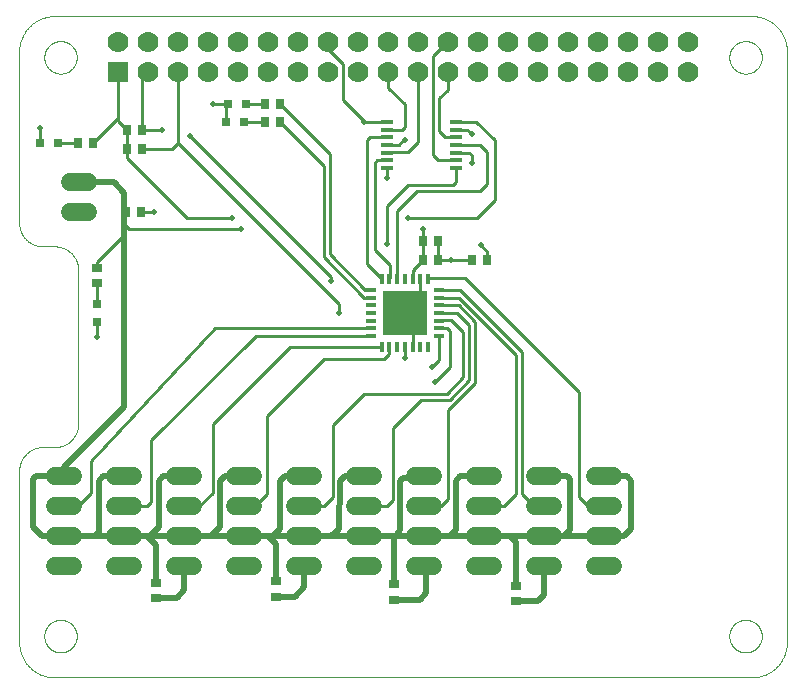
<source format=gtl>
G75*
%MOIN*%
%OFA0B0*%
%FSLAX25Y25*%
%IPPOS*%
%LPD*%
%AMOC8*
5,1,8,0,0,1.08239X$1,22.5*
%
%ADD10C,0.00000*%
%ADD11R,0.07000X0.07000*%
%ADD12C,0.07000*%
%ADD13C,0.06000*%
%ADD14R,0.01700X0.03200*%
%ADD15R,0.03200X0.01700*%
%ADD16R,0.14600X0.14600*%
%ADD17R,0.02756X0.03543*%
%ADD18R,0.03543X0.02756*%
%ADD19R,0.03150X0.03150*%
%ADD20R,0.03900X0.01200*%
%ADD21C,0.01950*%
%ADD22C,0.02000*%
%ADD23C,0.01000*%
D10*
X0035000Y0016811D02*
X0035000Y0073898D01*
X0035002Y0074088D01*
X0035009Y0074278D01*
X0035021Y0074468D01*
X0035037Y0074658D01*
X0035057Y0074847D01*
X0035083Y0075036D01*
X0035112Y0075224D01*
X0035147Y0075411D01*
X0035186Y0075597D01*
X0035229Y0075782D01*
X0035277Y0075967D01*
X0035329Y0076150D01*
X0035385Y0076331D01*
X0035446Y0076511D01*
X0035512Y0076690D01*
X0035581Y0076867D01*
X0035655Y0077043D01*
X0035733Y0077216D01*
X0035816Y0077388D01*
X0035902Y0077557D01*
X0035992Y0077725D01*
X0036087Y0077890D01*
X0036185Y0078053D01*
X0036288Y0078213D01*
X0036394Y0078371D01*
X0036504Y0078526D01*
X0036617Y0078679D01*
X0036735Y0078829D01*
X0036856Y0078975D01*
X0036980Y0079119D01*
X0037108Y0079260D01*
X0037239Y0079398D01*
X0037374Y0079533D01*
X0037512Y0079664D01*
X0037653Y0079792D01*
X0037797Y0079916D01*
X0037943Y0080037D01*
X0038093Y0080155D01*
X0038246Y0080268D01*
X0038401Y0080378D01*
X0038559Y0080484D01*
X0038719Y0080587D01*
X0038882Y0080685D01*
X0039047Y0080780D01*
X0039215Y0080870D01*
X0039384Y0080956D01*
X0039556Y0081039D01*
X0039729Y0081117D01*
X0039905Y0081191D01*
X0040082Y0081260D01*
X0040261Y0081326D01*
X0040441Y0081387D01*
X0040622Y0081443D01*
X0040805Y0081495D01*
X0040990Y0081543D01*
X0041175Y0081586D01*
X0041361Y0081625D01*
X0041548Y0081660D01*
X0041736Y0081689D01*
X0041925Y0081715D01*
X0042114Y0081735D01*
X0042304Y0081751D01*
X0042494Y0081763D01*
X0042684Y0081770D01*
X0042874Y0081772D01*
X0046811Y0081772D01*
X0047001Y0081774D01*
X0047191Y0081781D01*
X0047381Y0081793D01*
X0047571Y0081809D01*
X0047760Y0081829D01*
X0047949Y0081855D01*
X0048137Y0081884D01*
X0048324Y0081919D01*
X0048510Y0081958D01*
X0048695Y0082001D01*
X0048880Y0082049D01*
X0049063Y0082101D01*
X0049244Y0082157D01*
X0049424Y0082218D01*
X0049603Y0082284D01*
X0049780Y0082353D01*
X0049956Y0082427D01*
X0050129Y0082505D01*
X0050301Y0082588D01*
X0050470Y0082674D01*
X0050638Y0082764D01*
X0050803Y0082859D01*
X0050966Y0082957D01*
X0051126Y0083060D01*
X0051284Y0083166D01*
X0051439Y0083276D01*
X0051592Y0083389D01*
X0051742Y0083507D01*
X0051888Y0083628D01*
X0052032Y0083752D01*
X0052173Y0083880D01*
X0052311Y0084011D01*
X0052446Y0084146D01*
X0052577Y0084284D01*
X0052705Y0084425D01*
X0052829Y0084569D01*
X0052950Y0084715D01*
X0053068Y0084865D01*
X0053181Y0085018D01*
X0053291Y0085173D01*
X0053397Y0085331D01*
X0053500Y0085491D01*
X0053598Y0085654D01*
X0053693Y0085819D01*
X0053783Y0085987D01*
X0053869Y0086156D01*
X0053952Y0086328D01*
X0054030Y0086501D01*
X0054104Y0086677D01*
X0054173Y0086854D01*
X0054239Y0087033D01*
X0054300Y0087213D01*
X0054356Y0087394D01*
X0054408Y0087577D01*
X0054456Y0087762D01*
X0054499Y0087947D01*
X0054538Y0088133D01*
X0054573Y0088320D01*
X0054602Y0088508D01*
X0054628Y0088697D01*
X0054648Y0088886D01*
X0054664Y0089076D01*
X0054676Y0089266D01*
X0054683Y0089456D01*
X0054685Y0089646D01*
X0054685Y0140827D01*
X0054683Y0141017D01*
X0054676Y0141207D01*
X0054664Y0141397D01*
X0054648Y0141587D01*
X0054628Y0141776D01*
X0054602Y0141965D01*
X0054573Y0142153D01*
X0054538Y0142340D01*
X0054499Y0142526D01*
X0054456Y0142711D01*
X0054408Y0142896D01*
X0054356Y0143079D01*
X0054300Y0143260D01*
X0054239Y0143440D01*
X0054173Y0143619D01*
X0054104Y0143796D01*
X0054030Y0143972D01*
X0053952Y0144145D01*
X0053869Y0144317D01*
X0053783Y0144486D01*
X0053693Y0144654D01*
X0053598Y0144819D01*
X0053500Y0144982D01*
X0053397Y0145142D01*
X0053291Y0145300D01*
X0053181Y0145455D01*
X0053068Y0145608D01*
X0052950Y0145758D01*
X0052829Y0145904D01*
X0052705Y0146048D01*
X0052577Y0146189D01*
X0052446Y0146327D01*
X0052311Y0146462D01*
X0052173Y0146593D01*
X0052032Y0146721D01*
X0051888Y0146845D01*
X0051742Y0146966D01*
X0051592Y0147084D01*
X0051439Y0147197D01*
X0051284Y0147307D01*
X0051126Y0147413D01*
X0050966Y0147516D01*
X0050803Y0147614D01*
X0050638Y0147709D01*
X0050470Y0147799D01*
X0050301Y0147885D01*
X0050129Y0147968D01*
X0049956Y0148046D01*
X0049780Y0148120D01*
X0049603Y0148189D01*
X0049424Y0148255D01*
X0049244Y0148316D01*
X0049063Y0148372D01*
X0048880Y0148424D01*
X0048695Y0148472D01*
X0048510Y0148515D01*
X0048324Y0148554D01*
X0048137Y0148589D01*
X0047949Y0148618D01*
X0047760Y0148644D01*
X0047571Y0148664D01*
X0047381Y0148680D01*
X0047191Y0148692D01*
X0047001Y0148699D01*
X0046811Y0148701D01*
X0042874Y0148701D01*
X0042684Y0148703D01*
X0042494Y0148710D01*
X0042304Y0148722D01*
X0042114Y0148738D01*
X0041925Y0148758D01*
X0041736Y0148784D01*
X0041548Y0148813D01*
X0041361Y0148848D01*
X0041175Y0148887D01*
X0040990Y0148930D01*
X0040805Y0148978D01*
X0040622Y0149030D01*
X0040441Y0149086D01*
X0040261Y0149147D01*
X0040082Y0149213D01*
X0039905Y0149282D01*
X0039729Y0149356D01*
X0039556Y0149434D01*
X0039384Y0149517D01*
X0039215Y0149603D01*
X0039047Y0149693D01*
X0038882Y0149788D01*
X0038719Y0149886D01*
X0038559Y0149989D01*
X0038401Y0150095D01*
X0038246Y0150205D01*
X0038093Y0150318D01*
X0037943Y0150436D01*
X0037797Y0150557D01*
X0037653Y0150681D01*
X0037512Y0150809D01*
X0037374Y0150940D01*
X0037239Y0151075D01*
X0037108Y0151213D01*
X0036980Y0151354D01*
X0036856Y0151498D01*
X0036735Y0151644D01*
X0036617Y0151794D01*
X0036504Y0151947D01*
X0036394Y0152102D01*
X0036288Y0152260D01*
X0036185Y0152420D01*
X0036087Y0152583D01*
X0035992Y0152748D01*
X0035902Y0152916D01*
X0035816Y0153085D01*
X0035733Y0153257D01*
X0035655Y0153430D01*
X0035581Y0153606D01*
X0035512Y0153783D01*
X0035446Y0153962D01*
X0035385Y0154142D01*
X0035329Y0154323D01*
X0035277Y0154506D01*
X0035229Y0154691D01*
X0035186Y0154876D01*
X0035147Y0155062D01*
X0035112Y0155249D01*
X0035083Y0155437D01*
X0035057Y0155626D01*
X0035037Y0155815D01*
X0035021Y0156005D01*
X0035009Y0156195D01*
X0035002Y0156385D01*
X0035000Y0156575D01*
X0035000Y0213661D01*
X0035003Y0213946D01*
X0035014Y0214232D01*
X0035031Y0214517D01*
X0035055Y0214801D01*
X0035086Y0215085D01*
X0035124Y0215368D01*
X0035169Y0215649D01*
X0035220Y0215930D01*
X0035278Y0216210D01*
X0035343Y0216488D01*
X0035415Y0216764D01*
X0035493Y0217038D01*
X0035578Y0217311D01*
X0035670Y0217581D01*
X0035768Y0217849D01*
X0035872Y0218115D01*
X0035983Y0218378D01*
X0036100Y0218638D01*
X0036223Y0218896D01*
X0036353Y0219150D01*
X0036489Y0219401D01*
X0036630Y0219649D01*
X0036778Y0219893D01*
X0036931Y0220134D01*
X0037091Y0220370D01*
X0037256Y0220603D01*
X0037426Y0220832D01*
X0037602Y0221057D01*
X0037784Y0221277D01*
X0037970Y0221493D01*
X0038162Y0221704D01*
X0038359Y0221911D01*
X0038561Y0222113D01*
X0038768Y0222310D01*
X0038979Y0222502D01*
X0039195Y0222688D01*
X0039415Y0222870D01*
X0039640Y0223046D01*
X0039869Y0223216D01*
X0040102Y0223381D01*
X0040338Y0223541D01*
X0040579Y0223694D01*
X0040823Y0223842D01*
X0041071Y0223983D01*
X0041322Y0224119D01*
X0041576Y0224249D01*
X0041834Y0224372D01*
X0042094Y0224489D01*
X0042357Y0224600D01*
X0042623Y0224704D01*
X0042891Y0224802D01*
X0043161Y0224894D01*
X0043434Y0224979D01*
X0043708Y0225057D01*
X0043984Y0225129D01*
X0044262Y0225194D01*
X0044542Y0225252D01*
X0044823Y0225303D01*
X0045104Y0225348D01*
X0045387Y0225386D01*
X0045671Y0225417D01*
X0045955Y0225441D01*
X0046240Y0225458D01*
X0046526Y0225469D01*
X0046811Y0225472D01*
X0279094Y0225472D01*
X0279379Y0225469D01*
X0279665Y0225458D01*
X0279950Y0225441D01*
X0280234Y0225417D01*
X0280518Y0225386D01*
X0280801Y0225348D01*
X0281082Y0225303D01*
X0281363Y0225252D01*
X0281643Y0225194D01*
X0281921Y0225129D01*
X0282197Y0225057D01*
X0282471Y0224979D01*
X0282744Y0224894D01*
X0283014Y0224802D01*
X0283282Y0224704D01*
X0283548Y0224600D01*
X0283811Y0224489D01*
X0284071Y0224372D01*
X0284329Y0224249D01*
X0284583Y0224119D01*
X0284834Y0223983D01*
X0285082Y0223842D01*
X0285326Y0223694D01*
X0285567Y0223541D01*
X0285803Y0223381D01*
X0286036Y0223216D01*
X0286265Y0223046D01*
X0286490Y0222870D01*
X0286710Y0222688D01*
X0286926Y0222502D01*
X0287137Y0222310D01*
X0287344Y0222113D01*
X0287546Y0221911D01*
X0287743Y0221704D01*
X0287935Y0221493D01*
X0288121Y0221277D01*
X0288303Y0221057D01*
X0288479Y0220832D01*
X0288649Y0220603D01*
X0288814Y0220370D01*
X0288974Y0220134D01*
X0289127Y0219893D01*
X0289275Y0219649D01*
X0289416Y0219401D01*
X0289552Y0219150D01*
X0289682Y0218896D01*
X0289805Y0218638D01*
X0289922Y0218378D01*
X0290033Y0218115D01*
X0290137Y0217849D01*
X0290235Y0217581D01*
X0290327Y0217311D01*
X0290412Y0217038D01*
X0290490Y0216764D01*
X0290562Y0216488D01*
X0290627Y0216210D01*
X0290685Y0215930D01*
X0290736Y0215649D01*
X0290781Y0215368D01*
X0290819Y0215085D01*
X0290850Y0214801D01*
X0290874Y0214517D01*
X0290891Y0214232D01*
X0290902Y0213946D01*
X0290905Y0213661D01*
X0290906Y0213661D02*
X0290906Y0016811D01*
X0290905Y0016811D02*
X0290902Y0016526D01*
X0290891Y0016240D01*
X0290874Y0015955D01*
X0290850Y0015671D01*
X0290819Y0015387D01*
X0290781Y0015104D01*
X0290736Y0014823D01*
X0290685Y0014542D01*
X0290627Y0014262D01*
X0290562Y0013984D01*
X0290490Y0013708D01*
X0290412Y0013434D01*
X0290327Y0013161D01*
X0290235Y0012891D01*
X0290137Y0012623D01*
X0290033Y0012357D01*
X0289922Y0012094D01*
X0289805Y0011834D01*
X0289682Y0011576D01*
X0289552Y0011322D01*
X0289416Y0011071D01*
X0289275Y0010823D01*
X0289127Y0010579D01*
X0288974Y0010338D01*
X0288814Y0010102D01*
X0288649Y0009869D01*
X0288479Y0009640D01*
X0288303Y0009415D01*
X0288121Y0009195D01*
X0287935Y0008979D01*
X0287743Y0008768D01*
X0287546Y0008561D01*
X0287344Y0008359D01*
X0287137Y0008162D01*
X0286926Y0007970D01*
X0286710Y0007784D01*
X0286490Y0007602D01*
X0286265Y0007426D01*
X0286036Y0007256D01*
X0285803Y0007091D01*
X0285567Y0006931D01*
X0285326Y0006778D01*
X0285082Y0006630D01*
X0284834Y0006489D01*
X0284583Y0006353D01*
X0284329Y0006223D01*
X0284071Y0006100D01*
X0283811Y0005983D01*
X0283548Y0005872D01*
X0283282Y0005768D01*
X0283014Y0005670D01*
X0282744Y0005578D01*
X0282471Y0005493D01*
X0282197Y0005415D01*
X0281921Y0005343D01*
X0281643Y0005278D01*
X0281363Y0005220D01*
X0281082Y0005169D01*
X0280801Y0005124D01*
X0280518Y0005086D01*
X0280234Y0005055D01*
X0279950Y0005031D01*
X0279665Y0005014D01*
X0279379Y0005003D01*
X0279094Y0005000D01*
X0046811Y0005000D01*
X0046526Y0005003D01*
X0046240Y0005014D01*
X0045955Y0005031D01*
X0045671Y0005055D01*
X0045387Y0005086D01*
X0045104Y0005124D01*
X0044823Y0005169D01*
X0044542Y0005220D01*
X0044262Y0005278D01*
X0043984Y0005343D01*
X0043708Y0005415D01*
X0043434Y0005493D01*
X0043161Y0005578D01*
X0042891Y0005670D01*
X0042623Y0005768D01*
X0042357Y0005872D01*
X0042094Y0005983D01*
X0041834Y0006100D01*
X0041576Y0006223D01*
X0041322Y0006353D01*
X0041071Y0006489D01*
X0040823Y0006630D01*
X0040579Y0006778D01*
X0040338Y0006931D01*
X0040102Y0007091D01*
X0039869Y0007256D01*
X0039640Y0007426D01*
X0039415Y0007602D01*
X0039195Y0007784D01*
X0038979Y0007970D01*
X0038768Y0008162D01*
X0038561Y0008359D01*
X0038359Y0008561D01*
X0038162Y0008768D01*
X0037970Y0008979D01*
X0037784Y0009195D01*
X0037602Y0009415D01*
X0037426Y0009640D01*
X0037256Y0009869D01*
X0037091Y0010102D01*
X0036931Y0010338D01*
X0036778Y0010579D01*
X0036630Y0010823D01*
X0036489Y0011071D01*
X0036353Y0011322D01*
X0036223Y0011576D01*
X0036100Y0011834D01*
X0035983Y0012094D01*
X0035872Y0012357D01*
X0035768Y0012623D01*
X0035670Y0012891D01*
X0035578Y0013161D01*
X0035493Y0013434D01*
X0035415Y0013708D01*
X0035343Y0013984D01*
X0035278Y0014262D01*
X0035220Y0014542D01*
X0035169Y0014823D01*
X0035124Y0015104D01*
X0035086Y0015387D01*
X0035055Y0015671D01*
X0035031Y0015955D01*
X0035014Y0016240D01*
X0035003Y0016526D01*
X0035000Y0016811D01*
X0043367Y0018780D02*
X0043369Y0018927D01*
X0043375Y0019073D01*
X0043385Y0019219D01*
X0043399Y0019365D01*
X0043417Y0019511D01*
X0043438Y0019656D01*
X0043464Y0019800D01*
X0043494Y0019944D01*
X0043527Y0020086D01*
X0043564Y0020228D01*
X0043605Y0020369D01*
X0043650Y0020508D01*
X0043699Y0020647D01*
X0043751Y0020784D01*
X0043808Y0020919D01*
X0043867Y0021053D01*
X0043931Y0021185D01*
X0043998Y0021315D01*
X0044068Y0021444D01*
X0044142Y0021571D01*
X0044219Y0021695D01*
X0044300Y0021818D01*
X0044384Y0021938D01*
X0044471Y0022056D01*
X0044561Y0022171D01*
X0044654Y0022284D01*
X0044751Y0022395D01*
X0044850Y0022503D01*
X0044952Y0022608D01*
X0045057Y0022710D01*
X0045165Y0022809D01*
X0045276Y0022906D01*
X0045389Y0022999D01*
X0045504Y0023089D01*
X0045622Y0023176D01*
X0045742Y0023260D01*
X0045865Y0023341D01*
X0045989Y0023418D01*
X0046116Y0023492D01*
X0046245Y0023562D01*
X0046375Y0023629D01*
X0046507Y0023693D01*
X0046641Y0023752D01*
X0046776Y0023809D01*
X0046913Y0023861D01*
X0047052Y0023910D01*
X0047191Y0023955D01*
X0047332Y0023996D01*
X0047474Y0024033D01*
X0047616Y0024066D01*
X0047760Y0024096D01*
X0047904Y0024122D01*
X0048049Y0024143D01*
X0048195Y0024161D01*
X0048341Y0024175D01*
X0048487Y0024185D01*
X0048633Y0024191D01*
X0048780Y0024193D01*
X0048927Y0024191D01*
X0049073Y0024185D01*
X0049219Y0024175D01*
X0049365Y0024161D01*
X0049511Y0024143D01*
X0049656Y0024122D01*
X0049800Y0024096D01*
X0049944Y0024066D01*
X0050086Y0024033D01*
X0050228Y0023996D01*
X0050369Y0023955D01*
X0050508Y0023910D01*
X0050647Y0023861D01*
X0050784Y0023809D01*
X0050919Y0023752D01*
X0051053Y0023693D01*
X0051185Y0023629D01*
X0051315Y0023562D01*
X0051444Y0023492D01*
X0051571Y0023418D01*
X0051695Y0023341D01*
X0051818Y0023260D01*
X0051938Y0023176D01*
X0052056Y0023089D01*
X0052171Y0022999D01*
X0052284Y0022906D01*
X0052395Y0022809D01*
X0052503Y0022710D01*
X0052608Y0022608D01*
X0052710Y0022503D01*
X0052809Y0022395D01*
X0052906Y0022284D01*
X0052999Y0022171D01*
X0053089Y0022056D01*
X0053176Y0021938D01*
X0053260Y0021818D01*
X0053341Y0021695D01*
X0053418Y0021571D01*
X0053492Y0021444D01*
X0053562Y0021315D01*
X0053629Y0021185D01*
X0053693Y0021053D01*
X0053752Y0020919D01*
X0053809Y0020784D01*
X0053861Y0020647D01*
X0053910Y0020508D01*
X0053955Y0020369D01*
X0053996Y0020228D01*
X0054033Y0020086D01*
X0054066Y0019944D01*
X0054096Y0019800D01*
X0054122Y0019656D01*
X0054143Y0019511D01*
X0054161Y0019365D01*
X0054175Y0019219D01*
X0054185Y0019073D01*
X0054191Y0018927D01*
X0054193Y0018780D01*
X0054191Y0018633D01*
X0054185Y0018487D01*
X0054175Y0018341D01*
X0054161Y0018195D01*
X0054143Y0018049D01*
X0054122Y0017904D01*
X0054096Y0017760D01*
X0054066Y0017616D01*
X0054033Y0017474D01*
X0053996Y0017332D01*
X0053955Y0017191D01*
X0053910Y0017052D01*
X0053861Y0016913D01*
X0053809Y0016776D01*
X0053752Y0016641D01*
X0053693Y0016507D01*
X0053629Y0016375D01*
X0053562Y0016245D01*
X0053492Y0016116D01*
X0053418Y0015989D01*
X0053341Y0015865D01*
X0053260Y0015742D01*
X0053176Y0015622D01*
X0053089Y0015504D01*
X0052999Y0015389D01*
X0052906Y0015276D01*
X0052809Y0015165D01*
X0052710Y0015057D01*
X0052608Y0014952D01*
X0052503Y0014850D01*
X0052395Y0014751D01*
X0052284Y0014654D01*
X0052171Y0014561D01*
X0052056Y0014471D01*
X0051938Y0014384D01*
X0051818Y0014300D01*
X0051695Y0014219D01*
X0051571Y0014142D01*
X0051444Y0014068D01*
X0051315Y0013998D01*
X0051185Y0013931D01*
X0051053Y0013867D01*
X0050919Y0013808D01*
X0050784Y0013751D01*
X0050647Y0013699D01*
X0050508Y0013650D01*
X0050369Y0013605D01*
X0050228Y0013564D01*
X0050086Y0013527D01*
X0049944Y0013494D01*
X0049800Y0013464D01*
X0049656Y0013438D01*
X0049511Y0013417D01*
X0049365Y0013399D01*
X0049219Y0013385D01*
X0049073Y0013375D01*
X0048927Y0013369D01*
X0048780Y0013367D01*
X0048633Y0013369D01*
X0048487Y0013375D01*
X0048341Y0013385D01*
X0048195Y0013399D01*
X0048049Y0013417D01*
X0047904Y0013438D01*
X0047760Y0013464D01*
X0047616Y0013494D01*
X0047474Y0013527D01*
X0047332Y0013564D01*
X0047191Y0013605D01*
X0047052Y0013650D01*
X0046913Y0013699D01*
X0046776Y0013751D01*
X0046641Y0013808D01*
X0046507Y0013867D01*
X0046375Y0013931D01*
X0046245Y0013998D01*
X0046116Y0014068D01*
X0045989Y0014142D01*
X0045865Y0014219D01*
X0045742Y0014300D01*
X0045622Y0014384D01*
X0045504Y0014471D01*
X0045389Y0014561D01*
X0045276Y0014654D01*
X0045165Y0014751D01*
X0045057Y0014850D01*
X0044952Y0014952D01*
X0044850Y0015057D01*
X0044751Y0015165D01*
X0044654Y0015276D01*
X0044561Y0015389D01*
X0044471Y0015504D01*
X0044384Y0015622D01*
X0044300Y0015742D01*
X0044219Y0015865D01*
X0044142Y0015989D01*
X0044068Y0016116D01*
X0043998Y0016245D01*
X0043931Y0016375D01*
X0043867Y0016507D01*
X0043808Y0016641D01*
X0043751Y0016776D01*
X0043699Y0016913D01*
X0043650Y0017052D01*
X0043605Y0017191D01*
X0043564Y0017332D01*
X0043527Y0017474D01*
X0043494Y0017616D01*
X0043464Y0017760D01*
X0043438Y0017904D01*
X0043417Y0018049D01*
X0043399Y0018195D01*
X0043385Y0018341D01*
X0043375Y0018487D01*
X0043369Y0018633D01*
X0043367Y0018780D01*
X0271713Y0018780D02*
X0271715Y0018927D01*
X0271721Y0019073D01*
X0271731Y0019219D01*
X0271745Y0019365D01*
X0271763Y0019511D01*
X0271784Y0019656D01*
X0271810Y0019800D01*
X0271840Y0019944D01*
X0271873Y0020086D01*
X0271910Y0020228D01*
X0271951Y0020369D01*
X0271996Y0020508D01*
X0272045Y0020647D01*
X0272097Y0020784D01*
X0272154Y0020919D01*
X0272213Y0021053D01*
X0272277Y0021185D01*
X0272344Y0021315D01*
X0272414Y0021444D01*
X0272488Y0021571D01*
X0272565Y0021695D01*
X0272646Y0021818D01*
X0272730Y0021938D01*
X0272817Y0022056D01*
X0272907Y0022171D01*
X0273000Y0022284D01*
X0273097Y0022395D01*
X0273196Y0022503D01*
X0273298Y0022608D01*
X0273403Y0022710D01*
X0273511Y0022809D01*
X0273622Y0022906D01*
X0273735Y0022999D01*
X0273850Y0023089D01*
X0273968Y0023176D01*
X0274088Y0023260D01*
X0274211Y0023341D01*
X0274335Y0023418D01*
X0274462Y0023492D01*
X0274591Y0023562D01*
X0274721Y0023629D01*
X0274853Y0023693D01*
X0274987Y0023752D01*
X0275122Y0023809D01*
X0275259Y0023861D01*
X0275398Y0023910D01*
X0275537Y0023955D01*
X0275678Y0023996D01*
X0275820Y0024033D01*
X0275962Y0024066D01*
X0276106Y0024096D01*
X0276250Y0024122D01*
X0276395Y0024143D01*
X0276541Y0024161D01*
X0276687Y0024175D01*
X0276833Y0024185D01*
X0276979Y0024191D01*
X0277126Y0024193D01*
X0277273Y0024191D01*
X0277419Y0024185D01*
X0277565Y0024175D01*
X0277711Y0024161D01*
X0277857Y0024143D01*
X0278002Y0024122D01*
X0278146Y0024096D01*
X0278290Y0024066D01*
X0278432Y0024033D01*
X0278574Y0023996D01*
X0278715Y0023955D01*
X0278854Y0023910D01*
X0278993Y0023861D01*
X0279130Y0023809D01*
X0279265Y0023752D01*
X0279399Y0023693D01*
X0279531Y0023629D01*
X0279661Y0023562D01*
X0279790Y0023492D01*
X0279917Y0023418D01*
X0280041Y0023341D01*
X0280164Y0023260D01*
X0280284Y0023176D01*
X0280402Y0023089D01*
X0280517Y0022999D01*
X0280630Y0022906D01*
X0280741Y0022809D01*
X0280849Y0022710D01*
X0280954Y0022608D01*
X0281056Y0022503D01*
X0281155Y0022395D01*
X0281252Y0022284D01*
X0281345Y0022171D01*
X0281435Y0022056D01*
X0281522Y0021938D01*
X0281606Y0021818D01*
X0281687Y0021695D01*
X0281764Y0021571D01*
X0281838Y0021444D01*
X0281908Y0021315D01*
X0281975Y0021185D01*
X0282039Y0021053D01*
X0282098Y0020919D01*
X0282155Y0020784D01*
X0282207Y0020647D01*
X0282256Y0020508D01*
X0282301Y0020369D01*
X0282342Y0020228D01*
X0282379Y0020086D01*
X0282412Y0019944D01*
X0282442Y0019800D01*
X0282468Y0019656D01*
X0282489Y0019511D01*
X0282507Y0019365D01*
X0282521Y0019219D01*
X0282531Y0019073D01*
X0282537Y0018927D01*
X0282539Y0018780D01*
X0282537Y0018633D01*
X0282531Y0018487D01*
X0282521Y0018341D01*
X0282507Y0018195D01*
X0282489Y0018049D01*
X0282468Y0017904D01*
X0282442Y0017760D01*
X0282412Y0017616D01*
X0282379Y0017474D01*
X0282342Y0017332D01*
X0282301Y0017191D01*
X0282256Y0017052D01*
X0282207Y0016913D01*
X0282155Y0016776D01*
X0282098Y0016641D01*
X0282039Y0016507D01*
X0281975Y0016375D01*
X0281908Y0016245D01*
X0281838Y0016116D01*
X0281764Y0015989D01*
X0281687Y0015865D01*
X0281606Y0015742D01*
X0281522Y0015622D01*
X0281435Y0015504D01*
X0281345Y0015389D01*
X0281252Y0015276D01*
X0281155Y0015165D01*
X0281056Y0015057D01*
X0280954Y0014952D01*
X0280849Y0014850D01*
X0280741Y0014751D01*
X0280630Y0014654D01*
X0280517Y0014561D01*
X0280402Y0014471D01*
X0280284Y0014384D01*
X0280164Y0014300D01*
X0280041Y0014219D01*
X0279917Y0014142D01*
X0279790Y0014068D01*
X0279661Y0013998D01*
X0279531Y0013931D01*
X0279399Y0013867D01*
X0279265Y0013808D01*
X0279130Y0013751D01*
X0278993Y0013699D01*
X0278854Y0013650D01*
X0278715Y0013605D01*
X0278574Y0013564D01*
X0278432Y0013527D01*
X0278290Y0013494D01*
X0278146Y0013464D01*
X0278002Y0013438D01*
X0277857Y0013417D01*
X0277711Y0013399D01*
X0277565Y0013385D01*
X0277419Y0013375D01*
X0277273Y0013369D01*
X0277126Y0013367D01*
X0276979Y0013369D01*
X0276833Y0013375D01*
X0276687Y0013385D01*
X0276541Y0013399D01*
X0276395Y0013417D01*
X0276250Y0013438D01*
X0276106Y0013464D01*
X0275962Y0013494D01*
X0275820Y0013527D01*
X0275678Y0013564D01*
X0275537Y0013605D01*
X0275398Y0013650D01*
X0275259Y0013699D01*
X0275122Y0013751D01*
X0274987Y0013808D01*
X0274853Y0013867D01*
X0274721Y0013931D01*
X0274591Y0013998D01*
X0274462Y0014068D01*
X0274335Y0014142D01*
X0274211Y0014219D01*
X0274088Y0014300D01*
X0273968Y0014384D01*
X0273850Y0014471D01*
X0273735Y0014561D01*
X0273622Y0014654D01*
X0273511Y0014751D01*
X0273403Y0014850D01*
X0273298Y0014952D01*
X0273196Y0015057D01*
X0273097Y0015165D01*
X0273000Y0015276D01*
X0272907Y0015389D01*
X0272817Y0015504D01*
X0272730Y0015622D01*
X0272646Y0015742D01*
X0272565Y0015865D01*
X0272488Y0015989D01*
X0272414Y0016116D01*
X0272344Y0016245D01*
X0272277Y0016375D01*
X0272213Y0016507D01*
X0272154Y0016641D01*
X0272097Y0016776D01*
X0272045Y0016913D01*
X0271996Y0017052D01*
X0271951Y0017191D01*
X0271910Y0017332D01*
X0271873Y0017474D01*
X0271840Y0017616D01*
X0271810Y0017760D01*
X0271784Y0017904D01*
X0271763Y0018049D01*
X0271745Y0018195D01*
X0271731Y0018341D01*
X0271721Y0018487D01*
X0271715Y0018633D01*
X0271713Y0018780D01*
X0271713Y0211693D02*
X0271715Y0211840D01*
X0271721Y0211986D01*
X0271731Y0212132D01*
X0271745Y0212278D01*
X0271763Y0212424D01*
X0271784Y0212569D01*
X0271810Y0212713D01*
X0271840Y0212857D01*
X0271873Y0212999D01*
X0271910Y0213141D01*
X0271951Y0213282D01*
X0271996Y0213421D01*
X0272045Y0213560D01*
X0272097Y0213697D01*
X0272154Y0213832D01*
X0272213Y0213966D01*
X0272277Y0214098D01*
X0272344Y0214228D01*
X0272414Y0214357D01*
X0272488Y0214484D01*
X0272565Y0214608D01*
X0272646Y0214731D01*
X0272730Y0214851D01*
X0272817Y0214969D01*
X0272907Y0215084D01*
X0273000Y0215197D01*
X0273097Y0215308D01*
X0273196Y0215416D01*
X0273298Y0215521D01*
X0273403Y0215623D01*
X0273511Y0215722D01*
X0273622Y0215819D01*
X0273735Y0215912D01*
X0273850Y0216002D01*
X0273968Y0216089D01*
X0274088Y0216173D01*
X0274211Y0216254D01*
X0274335Y0216331D01*
X0274462Y0216405D01*
X0274591Y0216475D01*
X0274721Y0216542D01*
X0274853Y0216606D01*
X0274987Y0216665D01*
X0275122Y0216722D01*
X0275259Y0216774D01*
X0275398Y0216823D01*
X0275537Y0216868D01*
X0275678Y0216909D01*
X0275820Y0216946D01*
X0275962Y0216979D01*
X0276106Y0217009D01*
X0276250Y0217035D01*
X0276395Y0217056D01*
X0276541Y0217074D01*
X0276687Y0217088D01*
X0276833Y0217098D01*
X0276979Y0217104D01*
X0277126Y0217106D01*
X0277273Y0217104D01*
X0277419Y0217098D01*
X0277565Y0217088D01*
X0277711Y0217074D01*
X0277857Y0217056D01*
X0278002Y0217035D01*
X0278146Y0217009D01*
X0278290Y0216979D01*
X0278432Y0216946D01*
X0278574Y0216909D01*
X0278715Y0216868D01*
X0278854Y0216823D01*
X0278993Y0216774D01*
X0279130Y0216722D01*
X0279265Y0216665D01*
X0279399Y0216606D01*
X0279531Y0216542D01*
X0279661Y0216475D01*
X0279790Y0216405D01*
X0279917Y0216331D01*
X0280041Y0216254D01*
X0280164Y0216173D01*
X0280284Y0216089D01*
X0280402Y0216002D01*
X0280517Y0215912D01*
X0280630Y0215819D01*
X0280741Y0215722D01*
X0280849Y0215623D01*
X0280954Y0215521D01*
X0281056Y0215416D01*
X0281155Y0215308D01*
X0281252Y0215197D01*
X0281345Y0215084D01*
X0281435Y0214969D01*
X0281522Y0214851D01*
X0281606Y0214731D01*
X0281687Y0214608D01*
X0281764Y0214484D01*
X0281838Y0214357D01*
X0281908Y0214228D01*
X0281975Y0214098D01*
X0282039Y0213966D01*
X0282098Y0213832D01*
X0282155Y0213697D01*
X0282207Y0213560D01*
X0282256Y0213421D01*
X0282301Y0213282D01*
X0282342Y0213141D01*
X0282379Y0212999D01*
X0282412Y0212857D01*
X0282442Y0212713D01*
X0282468Y0212569D01*
X0282489Y0212424D01*
X0282507Y0212278D01*
X0282521Y0212132D01*
X0282531Y0211986D01*
X0282537Y0211840D01*
X0282539Y0211693D01*
X0282537Y0211546D01*
X0282531Y0211400D01*
X0282521Y0211254D01*
X0282507Y0211108D01*
X0282489Y0210962D01*
X0282468Y0210817D01*
X0282442Y0210673D01*
X0282412Y0210529D01*
X0282379Y0210387D01*
X0282342Y0210245D01*
X0282301Y0210104D01*
X0282256Y0209965D01*
X0282207Y0209826D01*
X0282155Y0209689D01*
X0282098Y0209554D01*
X0282039Y0209420D01*
X0281975Y0209288D01*
X0281908Y0209158D01*
X0281838Y0209029D01*
X0281764Y0208902D01*
X0281687Y0208778D01*
X0281606Y0208655D01*
X0281522Y0208535D01*
X0281435Y0208417D01*
X0281345Y0208302D01*
X0281252Y0208189D01*
X0281155Y0208078D01*
X0281056Y0207970D01*
X0280954Y0207865D01*
X0280849Y0207763D01*
X0280741Y0207664D01*
X0280630Y0207567D01*
X0280517Y0207474D01*
X0280402Y0207384D01*
X0280284Y0207297D01*
X0280164Y0207213D01*
X0280041Y0207132D01*
X0279917Y0207055D01*
X0279790Y0206981D01*
X0279661Y0206911D01*
X0279531Y0206844D01*
X0279399Y0206780D01*
X0279265Y0206721D01*
X0279130Y0206664D01*
X0278993Y0206612D01*
X0278854Y0206563D01*
X0278715Y0206518D01*
X0278574Y0206477D01*
X0278432Y0206440D01*
X0278290Y0206407D01*
X0278146Y0206377D01*
X0278002Y0206351D01*
X0277857Y0206330D01*
X0277711Y0206312D01*
X0277565Y0206298D01*
X0277419Y0206288D01*
X0277273Y0206282D01*
X0277126Y0206280D01*
X0276979Y0206282D01*
X0276833Y0206288D01*
X0276687Y0206298D01*
X0276541Y0206312D01*
X0276395Y0206330D01*
X0276250Y0206351D01*
X0276106Y0206377D01*
X0275962Y0206407D01*
X0275820Y0206440D01*
X0275678Y0206477D01*
X0275537Y0206518D01*
X0275398Y0206563D01*
X0275259Y0206612D01*
X0275122Y0206664D01*
X0274987Y0206721D01*
X0274853Y0206780D01*
X0274721Y0206844D01*
X0274591Y0206911D01*
X0274462Y0206981D01*
X0274335Y0207055D01*
X0274211Y0207132D01*
X0274088Y0207213D01*
X0273968Y0207297D01*
X0273850Y0207384D01*
X0273735Y0207474D01*
X0273622Y0207567D01*
X0273511Y0207664D01*
X0273403Y0207763D01*
X0273298Y0207865D01*
X0273196Y0207970D01*
X0273097Y0208078D01*
X0273000Y0208189D01*
X0272907Y0208302D01*
X0272817Y0208417D01*
X0272730Y0208535D01*
X0272646Y0208655D01*
X0272565Y0208778D01*
X0272488Y0208902D01*
X0272414Y0209029D01*
X0272344Y0209158D01*
X0272277Y0209288D01*
X0272213Y0209420D01*
X0272154Y0209554D01*
X0272097Y0209689D01*
X0272045Y0209826D01*
X0271996Y0209965D01*
X0271951Y0210104D01*
X0271910Y0210245D01*
X0271873Y0210387D01*
X0271840Y0210529D01*
X0271810Y0210673D01*
X0271784Y0210817D01*
X0271763Y0210962D01*
X0271745Y0211108D01*
X0271731Y0211254D01*
X0271721Y0211400D01*
X0271715Y0211546D01*
X0271713Y0211693D01*
X0043367Y0211693D02*
X0043369Y0211840D01*
X0043375Y0211986D01*
X0043385Y0212132D01*
X0043399Y0212278D01*
X0043417Y0212424D01*
X0043438Y0212569D01*
X0043464Y0212713D01*
X0043494Y0212857D01*
X0043527Y0212999D01*
X0043564Y0213141D01*
X0043605Y0213282D01*
X0043650Y0213421D01*
X0043699Y0213560D01*
X0043751Y0213697D01*
X0043808Y0213832D01*
X0043867Y0213966D01*
X0043931Y0214098D01*
X0043998Y0214228D01*
X0044068Y0214357D01*
X0044142Y0214484D01*
X0044219Y0214608D01*
X0044300Y0214731D01*
X0044384Y0214851D01*
X0044471Y0214969D01*
X0044561Y0215084D01*
X0044654Y0215197D01*
X0044751Y0215308D01*
X0044850Y0215416D01*
X0044952Y0215521D01*
X0045057Y0215623D01*
X0045165Y0215722D01*
X0045276Y0215819D01*
X0045389Y0215912D01*
X0045504Y0216002D01*
X0045622Y0216089D01*
X0045742Y0216173D01*
X0045865Y0216254D01*
X0045989Y0216331D01*
X0046116Y0216405D01*
X0046245Y0216475D01*
X0046375Y0216542D01*
X0046507Y0216606D01*
X0046641Y0216665D01*
X0046776Y0216722D01*
X0046913Y0216774D01*
X0047052Y0216823D01*
X0047191Y0216868D01*
X0047332Y0216909D01*
X0047474Y0216946D01*
X0047616Y0216979D01*
X0047760Y0217009D01*
X0047904Y0217035D01*
X0048049Y0217056D01*
X0048195Y0217074D01*
X0048341Y0217088D01*
X0048487Y0217098D01*
X0048633Y0217104D01*
X0048780Y0217106D01*
X0048927Y0217104D01*
X0049073Y0217098D01*
X0049219Y0217088D01*
X0049365Y0217074D01*
X0049511Y0217056D01*
X0049656Y0217035D01*
X0049800Y0217009D01*
X0049944Y0216979D01*
X0050086Y0216946D01*
X0050228Y0216909D01*
X0050369Y0216868D01*
X0050508Y0216823D01*
X0050647Y0216774D01*
X0050784Y0216722D01*
X0050919Y0216665D01*
X0051053Y0216606D01*
X0051185Y0216542D01*
X0051315Y0216475D01*
X0051444Y0216405D01*
X0051571Y0216331D01*
X0051695Y0216254D01*
X0051818Y0216173D01*
X0051938Y0216089D01*
X0052056Y0216002D01*
X0052171Y0215912D01*
X0052284Y0215819D01*
X0052395Y0215722D01*
X0052503Y0215623D01*
X0052608Y0215521D01*
X0052710Y0215416D01*
X0052809Y0215308D01*
X0052906Y0215197D01*
X0052999Y0215084D01*
X0053089Y0214969D01*
X0053176Y0214851D01*
X0053260Y0214731D01*
X0053341Y0214608D01*
X0053418Y0214484D01*
X0053492Y0214357D01*
X0053562Y0214228D01*
X0053629Y0214098D01*
X0053693Y0213966D01*
X0053752Y0213832D01*
X0053809Y0213697D01*
X0053861Y0213560D01*
X0053910Y0213421D01*
X0053955Y0213282D01*
X0053996Y0213141D01*
X0054033Y0212999D01*
X0054066Y0212857D01*
X0054096Y0212713D01*
X0054122Y0212569D01*
X0054143Y0212424D01*
X0054161Y0212278D01*
X0054175Y0212132D01*
X0054185Y0211986D01*
X0054191Y0211840D01*
X0054193Y0211693D01*
X0054191Y0211546D01*
X0054185Y0211400D01*
X0054175Y0211254D01*
X0054161Y0211108D01*
X0054143Y0210962D01*
X0054122Y0210817D01*
X0054096Y0210673D01*
X0054066Y0210529D01*
X0054033Y0210387D01*
X0053996Y0210245D01*
X0053955Y0210104D01*
X0053910Y0209965D01*
X0053861Y0209826D01*
X0053809Y0209689D01*
X0053752Y0209554D01*
X0053693Y0209420D01*
X0053629Y0209288D01*
X0053562Y0209158D01*
X0053492Y0209029D01*
X0053418Y0208902D01*
X0053341Y0208778D01*
X0053260Y0208655D01*
X0053176Y0208535D01*
X0053089Y0208417D01*
X0052999Y0208302D01*
X0052906Y0208189D01*
X0052809Y0208078D01*
X0052710Y0207970D01*
X0052608Y0207865D01*
X0052503Y0207763D01*
X0052395Y0207664D01*
X0052284Y0207567D01*
X0052171Y0207474D01*
X0052056Y0207384D01*
X0051938Y0207297D01*
X0051818Y0207213D01*
X0051695Y0207132D01*
X0051571Y0207055D01*
X0051444Y0206981D01*
X0051315Y0206911D01*
X0051185Y0206844D01*
X0051053Y0206780D01*
X0050919Y0206721D01*
X0050784Y0206664D01*
X0050647Y0206612D01*
X0050508Y0206563D01*
X0050369Y0206518D01*
X0050228Y0206477D01*
X0050086Y0206440D01*
X0049944Y0206407D01*
X0049800Y0206377D01*
X0049656Y0206351D01*
X0049511Y0206330D01*
X0049365Y0206312D01*
X0049219Y0206298D01*
X0049073Y0206288D01*
X0048927Y0206282D01*
X0048780Y0206280D01*
X0048633Y0206282D01*
X0048487Y0206288D01*
X0048341Y0206298D01*
X0048195Y0206312D01*
X0048049Y0206330D01*
X0047904Y0206351D01*
X0047760Y0206377D01*
X0047616Y0206407D01*
X0047474Y0206440D01*
X0047332Y0206477D01*
X0047191Y0206518D01*
X0047052Y0206563D01*
X0046913Y0206612D01*
X0046776Y0206664D01*
X0046641Y0206721D01*
X0046507Y0206780D01*
X0046375Y0206844D01*
X0046245Y0206911D01*
X0046116Y0206981D01*
X0045989Y0207055D01*
X0045865Y0207132D01*
X0045742Y0207213D01*
X0045622Y0207297D01*
X0045504Y0207384D01*
X0045389Y0207474D01*
X0045276Y0207567D01*
X0045165Y0207664D01*
X0045057Y0207763D01*
X0044952Y0207865D01*
X0044850Y0207970D01*
X0044751Y0208078D01*
X0044654Y0208189D01*
X0044561Y0208302D01*
X0044471Y0208417D01*
X0044384Y0208535D01*
X0044300Y0208655D01*
X0044219Y0208778D01*
X0044142Y0208902D01*
X0044068Y0209029D01*
X0043998Y0209158D01*
X0043931Y0209288D01*
X0043867Y0209420D01*
X0043808Y0209554D01*
X0043751Y0209689D01*
X0043699Y0209826D01*
X0043650Y0209965D01*
X0043605Y0210104D01*
X0043564Y0210245D01*
X0043527Y0210387D01*
X0043494Y0210529D01*
X0043464Y0210673D01*
X0043438Y0210817D01*
X0043417Y0210962D01*
X0043399Y0211108D01*
X0043385Y0211254D01*
X0043375Y0211400D01*
X0043369Y0211546D01*
X0043367Y0211693D01*
D11*
X0067953Y0206693D03*
D12*
X0077953Y0206693D03*
X0087953Y0206693D03*
X0097953Y0206693D03*
X0107953Y0206693D03*
X0117953Y0206693D03*
X0127953Y0206693D03*
X0137953Y0206693D03*
X0147953Y0206693D03*
X0157953Y0206693D03*
X0167953Y0206693D03*
X0177953Y0206693D03*
X0187953Y0206693D03*
X0197953Y0206693D03*
X0207953Y0206693D03*
X0217953Y0206693D03*
X0227953Y0206693D03*
X0237953Y0206693D03*
X0247953Y0206693D03*
X0257953Y0206693D03*
X0257953Y0216693D03*
X0247953Y0216693D03*
X0237953Y0216693D03*
X0227953Y0216693D03*
X0217953Y0216693D03*
X0207953Y0216693D03*
X0197953Y0216693D03*
X0187953Y0216693D03*
X0177953Y0216693D03*
X0167953Y0216693D03*
X0157953Y0216693D03*
X0147953Y0216693D03*
X0137953Y0216693D03*
X0127953Y0216693D03*
X0117953Y0216693D03*
X0107953Y0216693D03*
X0097953Y0216693D03*
X0087953Y0216693D03*
X0077953Y0216693D03*
X0067953Y0216693D03*
D13*
X0058000Y0170000D02*
X0052000Y0170000D01*
X0052000Y0160000D02*
X0058000Y0160000D01*
X0053000Y0072000D02*
X0047000Y0072000D01*
X0047000Y0062000D02*
X0053000Y0062000D01*
X0053000Y0052000D02*
X0047000Y0052000D01*
X0047000Y0042000D02*
X0053000Y0042000D01*
X0067000Y0042000D02*
X0073000Y0042000D01*
X0073000Y0052000D02*
X0067000Y0052000D01*
X0067000Y0062000D02*
X0073000Y0062000D01*
X0073000Y0072000D02*
X0067000Y0072000D01*
X0087000Y0072000D02*
X0093000Y0072000D01*
X0093000Y0062000D02*
X0087000Y0062000D01*
X0087000Y0052000D02*
X0093000Y0052000D01*
X0093000Y0042000D02*
X0087000Y0042000D01*
X0107000Y0042000D02*
X0113000Y0042000D01*
X0113000Y0052000D02*
X0107000Y0052000D01*
X0107000Y0062000D02*
X0113000Y0062000D01*
X0113000Y0072000D02*
X0107000Y0072000D01*
X0127000Y0072000D02*
X0133000Y0072000D01*
X0133000Y0062000D02*
X0127000Y0062000D01*
X0127000Y0052000D02*
X0133000Y0052000D01*
X0133000Y0042000D02*
X0127000Y0042000D01*
X0147000Y0042000D02*
X0153000Y0042000D01*
X0153000Y0052000D02*
X0147000Y0052000D01*
X0147000Y0062000D02*
X0153000Y0062000D01*
X0153000Y0072000D02*
X0147000Y0072000D01*
X0167000Y0072000D02*
X0173000Y0072000D01*
X0173000Y0062000D02*
X0167000Y0062000D01*
X0167000Y0052000D02*
X0173000Y0052000D01*
X0173000Y0042000D02*
X0167000Y0042000D01*
X0187000Y0042000D02*
X0193000Y0042000D01*
X0193000Y0052000D02*
X0187000Y0052000D01*
X0187000Y0062000D02*
X0193000Y0062000D01*
X0193000Y0072000D02*
X0187000Y0072000D01*
X0207000Y0072000D02*
X0213000Y0072000D01*
X0213000Y0062000D02*
X0207000Y0062000D01*
X0207000Y0052000D02*
X0213000Y0052000D01*
X0213000Y0042000D02*
X0207000Y0042000D01*
X0227000Y0042000D02*
X0233000Y0042000D01*
X0233000Y0052000D02*
X0227000Y0052000D01*
X0227000Y0062000D02*
X0233000Y0062000D01*
X0233000Y0072000D02*
X0227000Y0072000D01*
D14*
X0171200Y0115100D03*
X0168600Y0115100D03*
X0166100Y0115100D03*
X0163500Y0115100D03*
X0160900Y0115100D03*
X0158400Y0115100D03*
X0155800Y0115100D03*
X0155800Y0137900D03*
X0158400Y0137900D03*
X0160900Y0137900D03*
X0163500Y0137900D03*
X0166100Y0137900D03*
X0168600Y0137900D03*
X0171200Y0137900D03*
D15*
X0174900Y0134200D03*
X0174900Y0131600D03*
X0174900Y0129100D03*
X0174900Y0126500D03*
X0174900Y0123900D03*
X0174900Y0121400D03*
X0174900Y0118800D03*
X0152100Y0118800D03*
X0152100Y0121400D03*
X0152100Y0123900D03*
X0152100Y0126500D03*
X0152100Y0129100D03*
X0152100Y0131600D03*
X0152100Y0134200D03*
D16*
X0163500Y0126500D03*
D17*
X0169441Y0144000D03*
X0174559Y0144000D03*
X0174559Y0150500D03*
X0169441Y0150500D03*
X0185941Y0144000D03*
X0191059Y0144000D03*
X0122059Y0190000D03*
X0116941Y0190000D03*
X0116941Y0196000D03*
X0122059Y0196000D03*
X0076059Y0187500D03*
X0070941Y0187500D03*
X0070941Y0181000D03*
X0076059Y0181000D03*
X0059559Y0183000D03*
X0054441Y0183000D03*
X0070441Y0160000D03*
X0075559Y0160000D03*
D18*
X0061000Y0141559D03*
X0061000Y0136441D03*
X0120500Y0037059D03*
X0120500Y0031941D03*
X0160000Y0030941D03*
X0160000Y0036059D03*
X0200500Y0035559D03*
X0200500Y0030441D03*
X0080500Y0031441D03*
X0080500Y0036559D03*
D19*
X0061000Y0123547D03*
X0061000Y0129453D03*
X0047953Y0183000D03*
X0042047Y0183000D03*
X0104047Y0190000D03*
X0109953Y0190000D03*
X0110453Y0196000D03*
X0104547Y0196000D03*
D20*
X0157513Y0190177D03*
X0157513Y0187618D03*
X0157513Y0185059D03*
X0157513Y0182500D03*
X0157513Y0179941D03*
X0157513Y0177382D03*
X0157513Y0174823D03*
X0180487Y0174823D03*
X0180487Y0177382D03*
X0180487Y0179941D03*
X0180487Y0182500D03*
X0180487Y0185059D03*
X0180487Y0187618D03*
X0180487Y0190177D03*
D21*
X0186000Y0186000D03*
X0186000Y0176500D03*
X0163500Y0184000D03*
X0150000Y0190000D03*
X0157500Y0171500D03*
X0164500Y0158000D03*
X0169500Y0154500D03*
X0157500Y0149500D03*
X0139000Y0137000D03*
X0141500Y0126500D03*
X0159000Y0122000D03*
X0167500Y0122000D03*
X0167000Y0131000D03*
X0159000Y0131000D03*
X0179000Y0144000D03*
X0189000Y0149000D03*
X0163500Y0111500D03*
X0172500Y0108500D03*
X0173500Y0103500D03*
X0109000Y0154500D03*
X0106000Y0158000D03*
X0080000Y0160000D03*
X0092000Y0185500D03*
X0082500Y0187500D03*
X0099500Y0196000D03*
X0042000Y0188000D03*
X0061000Y0118500D03*
D22*
X0070000Y0095000D02*
X0050000Y0075000D01*
X0050000Y0072000D01*
X0040500Y0072000D01*
X0039500Y0071000D01*
X0039500Y0055000D01*
X0042500Y0052000D01*
X0050000Y0052000D01*
X0060000Y0052000D01*
X0061500Y0053500D01*
X0061500Y0070500D01*
X0063000Y0072000D01*
X0070000Y0072000D01*
X0081500Y0070500D02*
X0081500Y0055000D01*
X0078500Y0052000D01*
X0090000Y0052000D01*
X0099000Y0052000D01*
X0102000Y0055000D01*
X0102000Y0070500D01*
X0103500Y0072000D01*
X0110000Y0072000D01*
X0122000Y0070500D02*
X0122000Y0054500D01*
X0119500Y0052000D01*
X0130000Y0052000D01*
X0139000Y0052000D01*
X0141500Y0054500D01*
X0142000Y0070500D01*
X0143500Y0072000D01*
X0150000Y0072000D01*
X0162000Y0070500D02*
X0162000Y0054000D01*
X0160500Y0052000D01*
X0170000Y0052000D01*
X0178500Y0052000D01*
X0180500Y0054000D01*
X0180500Y0070500D01*
X0182000Y0072000D01*
X0190000Y0072000D01*
X0170000Y0072000D02*
X0163000Y0071500D01*
X0162000Y0070500D01*
X0160500Y0052000D02*
X0159500Y0052000D01*
X0160000Y0051500D01*
X0160000Y0036059D01*
X0160000Y0030941D02*
X0168441Y0030941D01*
X0170500Y0033000D01*
X0170500Y0041500D01*
X0170000Y0042000D01*
X0178500Y0052000D02*
X0190000Y0052000D01*
X0198500Y0052000D01*
X0200500Y0050000D01*
X0200500Y0035559D01*
X0200500Y0030441D02*
X0207941Y0030441D01*
X0210000Y0032500D01*
X0210000Y0042000D01*
X0210000Y0052000D02*
X0198500Y0052000D01*
X0210000Y0052000D02*
X0216500Y0052000D01*
X0218500Y0054000D01*
X0218500Y0071000D01*
X0217500Y0072000D01*
X0210000Y0072000D01*
X0230000Y0072000D02*
X0237500Y0072000D01*
X0239000Y0070500D01*
X0239000Y0054500D01*
X0236500Y0052000D01*
X0230000Y0052000D01*
X0216500Y0052000D01*
X0159500Y0052000D02*
X0150000Y0052000D01*
X0139000Y0052000D01*
X0130000Y0042000D02*
X0130000Y0035000D01*
X0126941Y0031941D01*
X0120500Y0031941D01*
X0120500Y0037059D02*
X0120500Y0049500D01*
X0118000Y0052000D01*
X0119500Y0052000D01*
X0118000Y0052000D02*
X0110000Y0052000D01*
X0099000Y0052000D01*
X0090000Y0042000D02*
X0090000Y0034000D01*
X0087441Y0031441D01*
X0080500Y0031441D01*
X0080500Y0036559D02*
X0080500Y0049000D01*
X0077500Y0052000D01*
X0078500Y0052000D01*
X0077500Y0052000D02*
X0070000Y0052000D01*
X0060000Y0052000D01*
X0081500Y0070500D02*
X0083000Y0072000D01*
X0090000Y0072000D01*
X0070000Y0095000D02*
X0070000Y0152500D01*
X0070000Y0156000D01*
X0070000Y0160500D01*
X0070000Y0166500D01*
X0066500Y0170000D01*
X0055000Y0170000D01*
X0163500Y0127500D02*
X0167000Y0131000D01*
X0163500Y0127500D02*
X0163500Y0126500D01*
X0130000Y0072000D02*
X0123500Y0072000D01*
X0122000Y0070500D01*
D23*
X0117500Y0066000D02*
X0113500Y0062000D01*
X0110000Y0062000D01*
X0117500Y0066000D02*
X0117500Y0092000D01*
X0136500Y0111000D01*
X0156500Y0111000D01*
X0158400Y0112900D01*
X0158400Y0115100D01*
X0155800Y0115100D02*
X0125100Y0115100D01*
X0099500Y0089500D01*
X0099500Y0066500D01*
X0095000Y0062000D01*
X0090000Y0062000D01*
X0079000Y0063500D02*
X0079000Y0084000D01*
X0113800Y0118800D01*
X0152100Y0118800D01*
X0152100Y0121400D02*
X0100400Y0121400D01*
X0059000Y0077000D01*
X0059000Y0066500D01*
X0054500Y0062000D01*
X0050000Y0062000D01*
X0070000Y0062000D02*
X0077500Y0062000D01*
X0079000Y0063500D01*
X0130000Y0062000D02*
X0136500Y0062000D01*
X0139500Y0065000D01*
X0139500Y0089000D01*
X0150000Y0099500D01*
X0177500Y0099500D01*
X0183000Y0105000D01*
X0183000Y0120000D01*
X0179000Y0124000D01*
X0175000Y0124000D01*
X0174900Y0123900D01*
X0174900Y0121400D02*
X0177600Y0121400D01*
X0178500Y0120500D01*
X0178500Y0108500D01*
X0173500Y0103500D01*
X0172500Y0108500D02*
X0174900Y0110900D01*
X0174900Y0118800D01*
X0167500Y0122000D02*
X0166100Y0120600D01*
X0166100Y0115100D01*
X0163500Y0115100D02*
X0163500Y0111500D01*
X0169000Y0097500D02*
X0178500Y0097500D01*
X0185000Y0104000D01*
X0185000Y0122500D01*
X0181000Y0126500D01*
X0174900Y0126500D01*
X0175000Y0129000D02*
X0174900Y0129100D01*
X0175000Y0129000D02*
X0181500Y0129000D01*
X0187000Y0123500D01*
X0187000Y0103000D01*
X0178000Y0094000D01*
X0178000Y0064500D01*
X0175500Y0062000D01*
X0170000Y0062000D01*
X0159500Y0064000D02*
X0159500Y0088000D01*
X0169000Y0097500D01*
X0200500Y0112500D02*
X0181500Y0131500D01*
X0175000Y0131500D01*
X0174900Y0131600D01*
X0175100Y0134000D02*
X0174900Y0134200D01*
X0175100Y0134000D02*
X0182000Y0134000D01*
X0202500Y0113500D01*
X0202500Y0066000D01*
X0206500Y0062000D01*
X0210000Y0062000D01*
X0221500Y0065000D02*
X0221500Y0100000D01*
X0183500Y0138000D01*
X0171300Y0138000D01*
X0171200Y0137900D01*
X0168600Y0137900D02*
X0168600Y0132600D01*
X0167000Y0131000D01*
X0166100Y0137900D02*
X0166100Y0140600D01*
X0169500Y0144000D01*
X0169500Y0154500D01*
X0169441Y0150500D02*
X0169441Y0144000D01*
X0166100Y0140659D01*
X0166100Y0137900D01*
X0161000Y0138000D02*
X0160900Y0137900D01*
X0161000Y0138000D02*
X0161000Y0160500D01*
X0167500Y0167000D01*
X0188500Y0167000D01*
X0191000Y0169500D01*
X0191000Y0180000D01*
X0188500Y0182500D01*
X0180487Y0182500D01*
X0180428Y0185000D02*
X0177000Y0185000D01*
X0175000Y0187000D01*
X0175000Y0198000D01*
X0177953Y0200953D01*
X0177953Y0206693D01*
X0173000Y0212000D02*
X0173000Y0179000D01*
X0174500Y0177500D01*
X0180369Y0177500D01*
X0180487Y0177382D01*
X0180487Y0179941D02*
X0185059Y0179941D01*
X0186000Y0179000D01*
X0186000Y0176500D01*
X0180487Y0174823D02*
X0180487Y0169987D01*
X0179500Y0169000D01*
X0164500Y0169000D01*
X0157500Y0162000D01*
X0157500Y0149500D01*
X0153500Y0147500D02*
X0158500Y0142500D01*
X0158500Y0138000D01*
X0158400Y0137900D01*
X0155800Y0137900D02*
X0151000Y0142700D01*
X0151000Y0184000D01*
X0152059Y0185059D01*
X0157513Y0185059D01*
X0157631Y0187500D02*
X0157513Y0187618D01*
X0157631Y0187500D02*
X0162500Y0187500D01*
X0163500Y0188500D01*
X0163500Y0196000D01*
X0157953Y0201547D01*
X0157953Y0206693D01*
X0167953Y0206693D02*
X0167953Y0183453D01*
X0164500Y0180000D01*
X0157572Y0180000D01*
X0157513Y0179941D01*
X0157513Y0182500D02*
X0161500Y0182500D01*
X0163000Y0184000D01*
X0163500Y0184000D01*
X0157513Y0190177D02*
X0150177Y0190177D01*
X0143000Y0197354D01*
X0143000Y0209500D01*
X0137953Y0214547D01*
X0137953Y0216693D01*
X0122059Y0196000D02*
X0138500Y0179559D01*
X0138500Y0146000D01*
X0150300Y0134200D01*
X0152100Y0134200D01*
X0152100Y0131600D02*
X0149900Y0131600D01*
X0136500Y0145000D01*
X0136500Y0175559D01*
X0122059Y0190000D01*
X0116941Y0190000D02*
X0109953Y0190000D01*
X0104047Y0190000D02*
X0104047Y0195500D01*
X0104547Y0196000D01*
X0099500Y0196000D01*
X0110453Y0196000D02*
X0116941Y0196000D01*
X0092000Y0185500D02*
X0139000Y0138500D01*
X0139000Y0137000D01*
X0141500Y0129500D02*
X0088000Y0183000D01*
X0088000Y0206646D01*
X0087953Y0206693D01*
X0077953Y0206693D02*
X0076059Y0204799D01*
X0076059Y0187500D01*
X0082500Y0187500D01*
X0088000Y0183000D02*
X0086000Y0181000D01*
X0076059Y0181000D01*
X0071000Y0180941D02*
X0071000Y0178000D01*
X0091000Y0158000D01*
X0106000Y0158000D01*
X0109000Y0154500D02*
X0071500Y0154500D01*
X0070000Y0156000D01*
X0070000Y0152500D02*
X0061000Y0143500D01*
X0061000Y0141559D01*
X0061000Y0136441D02*
X0061000Y0129453D01*
X0061000Y0123547D02*
X0061000Y0118500D01*
X0070441Y0160000D02*
X0070000Y0160441D01*
X0070000Y0160500D01*
X0075559Y0160000D02*
X0080000Y0160000D01*
X0071000Y0180941D02*
X0070941Y0181000D01*
X0070941Y0187500D01*
X0067953Y0190488D01*
X0067953Y0191394D01*
X0067953Y0196500D01*
X0067953Y0206693D01*
X0067953Y0191394D02*
X0059559Y0183000D01*
X0054441Y0183000D02*
X0047953Y0183000D01*
X0042047Y0183000D02*
X0042000Y0183047D01*
X0042000Y0188000D01*
X0141500Y0129500D02*
X0141500Y0126500D01*
X0153500Y0147500D02*
X0153500Y0176500D01*
X0154382Y0177382D01*
X0157513Y0177382D01*
X0157513Y0174823D02*
X0157513Y0171513D01*
X0157500Y0171500D01*
X0164500Y0158000D02*
X0187500Y0158000D01*
X0193500Y0164000D01*
X0193500Y0184000D01*
X0187323Y0190177D01*
X0180487Y0190177D01*
X0180487Y0187618D02*
X0184382Y0187618D01*
X0186000Y0186000D01*
X0180487Y0185059D02*
X0180428Y0185000D01*
X0150177Y0190177D02*
X0150000Y0190000D01*
X0173000Y0212000D02*
X0177693Y0216693D01*
X0177953Y0216693D01*
X0174559Y0150500D02*
X0174559Y0144000D01*
X0179000Y0144000D01*
X0185941Y0144000D01*
X0191059Y0144000D02*
X0191059Y0146941D01*
X0189000Y0149000D01*
X0200500Y0112500D02*
X0200500Y0066000D01*
X0196500Y0062000D01*
X0190000Y0062000D01*
X0159500Y0064000D02*
X0157500Y0062000D01*
X0150000Y0062000D01*
X0221500Y0065000D02*
X0224500Y0062000D01*
X0230000Y0062000D01*
M02*

</source>
